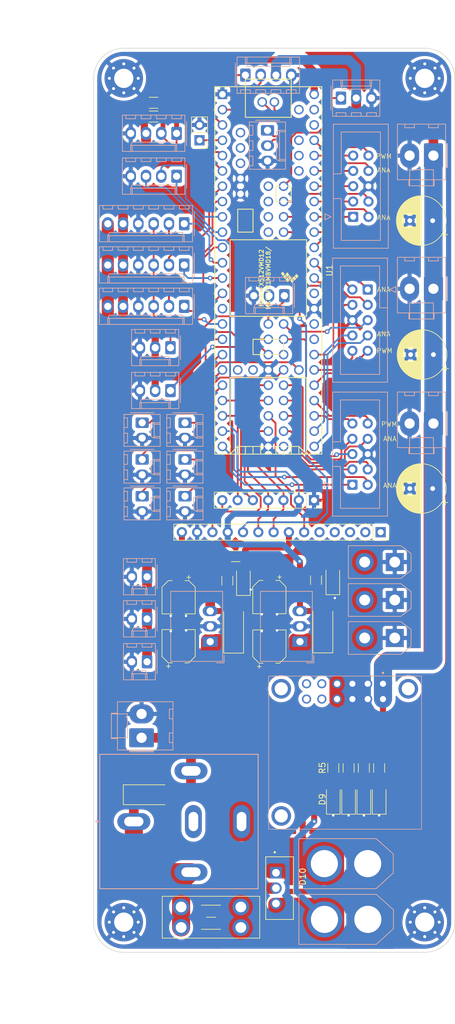
<source format=kicad_pcb>
(kicad_pcb (version 20211014) (generator pcbnew)
  (layers (0 "F.Cu" signal) (31 "B.Cu" signal) (34 "B.Paste" user) (35 "F.Paste" user) (36 "B.SilkS" user "B.Silkscreen") (37 "F.SilkS" user "F.Silkscreen") (38 "B.Mask" user) (39 "F.Mask" user) (44 "Edge.Cuts" user))
  (net 0 "")
  (net 1 "RX-lidar")
  (net 2 "Init")
  (net 3 "STEP_3")
  (net 4 "DIR_3")
  (net 5 "En5VP")
  (net 6 "STEP_1")
  (net 7 "DIR_1")
  (net 8 "Tirette")
  (net 9 "STEP_2")
  (net 10 "MOSI")
  (net 11 "SCK")
  (net 12 "GND")
  (net 13 "DIR_2")
  (net 14 "+3V3")
  (net 15 "+5V")
  (net 16 "+BATT")
  (net 17 "+24V")
  (net 18 "Net-(D1-Pad2)")
  (net 19 "Net-(D3-Pad2)")
  (net 20 "Net-(D5-Pad2)")
  (net 21 "Net-(D6-Pad2)")
  (net 22 "Net-(D4-Pad1)")
  (net 23 "Net-(D4-Pad2)")
  (net 24 "SCL")
  (net 25 "SDA")
  (net 26 "TX-lidar")
  (net 27 "DOUT-xbee")
  (net 28 "DIN-xbee")
  (net 29 "EN")
  (net 30 "+5VP")
  (net 32 "NEO_PIXEL")
  (net 35 "DC")
  (net 36 "CS")
  (net 38 "Couleur")
  (net 39 "Detection")
  (net 50 "Robot")
  (net 51 "T_IRQ")
  (net 56 "Sensor-01")
  (net 57 "C_Act1-9")
  (net 58 "Sensor-02")
  (net 59 "C_Act2-9")
  (net 65 "T_DO")
  (net 67 "C_Act3-9")
  (net 68 "Program")
  (net 69 "Reset")
  (net 70 "Net-(D8-Pad2)")
  (net 72 "RES")
  (net 76 "C_Act1-1")
  (net 77 "C_Act1-2")
  (net 78 "C_Act1-3")
  (net 79 "C_Act1-4")
  (net 80 "C_Act1-5")
  (net 81 "C_Act1-6")
  (net 82 "C_Act1-7")
  (net 83 "C_Act1-8")
  (net 84 "C_Act2-1")
  (net 85 "C_Act2-2")
  (net 86 "C_Act2-3")
  (net 87 "C_Act2-4")
  (net 88 "C_Act2-5")
  (net 89 "C_Act2-6")
  (net 90 "C_Act2-7")
  (net 91 "C_Act2-8")
  (net 92 "C_Act3-1")
  (net 93 "C_Act3-2")
  (net 94 "C_Act3-3")
  (net 95 "C_Act3-4")
  (net 96 "C_Act3-5")
  (net 97 "C_Act3-6")
  (net 98 "C_Act3-7")
  (net 99 "C_Act3-8")
  (net 100 "Sensor-03")
  (net 101 "Net-(D9-Pad2)")
  (net 102 "ALIM")
  (net 103 "/24VD")
  (net 104 "T_DIN")
  (net 105 "T_CS")
  (net 106 "T_CLK")
  (net 107 "TFT_MISO")
  (net 108 "Net-(J10-Pad7)")
  (net 109 "TFT_DC")
  (net 110 "/D+")
  (net 111 "/D-")
  (footprint "Capacitor_SMD:CP_Elec_5x5.4" (layer "F.Cu") (at 105.1075 117.094 -90)
    (fp_text reference "C2" hide)
    (fp_text value "CP_Small" hide)
  )
  (footprint "Diode_SMD:D_SMA_Handsoldering" (layer "F.Cu") (at 100.33 149.86)
    (fp_text reference "D4" hide)
    (fp_text value "D_Small")
  )
  (footprint "Resistor_SMD:R_1206_3216Metric_Pad1.30x1.75mm_HandSolder" (layer "F.Cu") (at 138.43 145.415 90)
    (fp_text reference "R4" hide)
    (fp_text value "R_Small" hide)
  )
  (footprint "Resistor_SMD:R_1206_3216Metric_Pad1.30x1.75mm_HandSolder" (layer "F.Cu") (at 113.2055 114.34 -90)
    (fp_text reference "R2" hide)
    (fp_text value "R_Small" hide)
  )
  (footprint "Capacitor_SMD:CP_Elec_5x5.4" (layer "F.Cu") (at 120.1905 117.0625 -90)
    (fp_text reference "C8" hide)
    (fp_text value "CP_Small")
  )
  (footprint "Capacitor_SMD:CP_Elec_5x5.4" (layer "F.Cu") (at 120.1905 125.2725 90)
    (fp_text reference "C7" hide)
    (fp_text value "CP_Small")
  )
  (footprint "Resistor_SMD:R_1206_3216Metric_Pad1.30x1.75mm_HandSolder" (layer "F.Cu") (at 133.35 145.415 90)
    (fp_text reference "R3" hide)
    (fp_text value "R_Small" hide)
  )
  (footprint "Connector_PinSocket_2.54mm:PinSocket_1x14_P2.54mm_Vertical" (layer "F.Cu") (at 138.674 106.299 -90)
    (fp_text reference "J10" hide)
    (fp_text value "Conn_01x14")
  )
  (footprint "Capacitor_THT:CP_Radial_D8.0mm_P3.80mm" (layer "F.Cu") (at 147.32 99.06 180)
    (fp_text reference "C3" hide)
    (fp_text value "220uF")
  )
  (footprint "LED_SMD:LED_1206_3216Metric_Pad1.42x1.75mm_HandSolder" (layer "F.Cu") (at 130.81 150.6325 90)
    (fp_text reference "D9")
    (fp_text value "LED_Small")
  )
  (footprint "Connector_PinHeader_2.54mm:PinHeader_1x02_P2.54mm_Vertical" (layer "F.Cu") (at 108.585 41.275 180)
    (fp_text reference "J8" hide)
    (fp_text value "Conn_01x02")
  )
  (footprint "Resistor_SMD:R_1206_3216Metric_Pad1.30x1.75mm_HandSolder" (layer "F.Cu") (at 100.965 37.338 180)
    (fp_text reference "R22" hide)
    (fp_text value "R_Small" hide)
  )
  (footprint "MountingHole:MountingHole_3.2mm_M3_Pad_Via" (layer "F.Cu") (at 96 171)
    (fp_text reference "H4" hide)
    (fp_text value "M3" hide)
  )
  (footprint "LED_SMD:LED_1206_3216Metric_Pad1.42x1.75mm_HandSolder" (layer "F.Cu") (at 130.7315 114.213 90)
    (fp_text reference "D8" hide)
    (fp_text value "LED_Small")
  )
  (footprint "Resistor_SMD:R_1206_3216Metric_Pad1.30x1.75mm_HandSolder" (layer "F.Cu") (at 127.9375 114.26 -90)
    (fp_text reference "R17" hide)
    (fp_text value "R_Small")
  )
  (footprint "Capacitor_THT:CP_Radial_D8.0mm_P3.80mm" (layer "F.Cu") (at 147.32 54.61 180)
    (fp_text reference "C6" hide)
    (fp_text value "220uF")
  )
  (footprint "Diode_SMD:D_SMA_Handsoldering" (layer "F.Cu") (at 129.0805 121.92 90)
    (fp_text reference "D7" hide)
    (fp_text value "D_Small")
  )
  (footprint "Resistor_SMD:R_1206_3216Metric_Pad1.30x1.75mm_HandSolder" (layer "F.Cu") (at 114.6025 110.276)
    (fp_text reference "R6" hide)
    (fp_text value "R_Small")
  )
  (footprint "MountingHole:MountingHole_3.2mm_M3_Pad_Via" (layer "F.Cu") (at 146 171)
    (fp_text reference "H3" hide)
    (fp_text value "M3" hide)
  )
  (footprint "LED_SMD:LED_1206_3216Metric_Pad1.42x1.75mm_HandSolder" (layer "F.Cu") (at 115.8725 114.34 90)
    (fp_text reference "D3" hide)
    (fp_text value "LED_Small" hide)
  )
  (footprint "LED_SMD:LED_1206_3216Metric_Pad1.42x1.75mm_HandSolder" (layer "F.Cu") (at 133.35 150.6325 90)
    (fp_text reference "D5" hide)
    (fp_text value "LED_Small" hide)
  )
  (footprint "Capacitor_SMD:CP_Elec_5x5.4" (layer "F.Cu") (at 105.1075 125.222 90)
    (fp_text reference "C1" hide)
    (fp_text value "CP_Small" hide)
  )
  (footprint "Resistor_SMD:R_1206_3216Metric_Pad1.30x1.75mm_HandSolder" (layer "F.Cu") (at 100.965 35.052 180)
    (fp_text reference "R21" hide)
    (fp_text value "R_Small" hide)
  )
  (footprint "Diode_SMD:D_SMA_Handsoldering" (layer "F.Cu") (at 114.2515 121.96 90)
    (fp_text reference "D2" hide)
    (fp_text value "D_Small")
  )
  (footprint "LED_SMD:LED_1206_3216Metric_Pad1.42x1.75mm_HandSolder" (layer "F.Cu") (at 135.89 150.6325 90)
    (fp_text reference "D1" hide)
    (fp_text value "LED_Small" hide)
  )
  (footprint "MountingHole:MountingHole_3.2mm_M3_Pad_Via" (layer "F.Cu") (at 146 31)
    (fp_text reference "H2" hide)
    (fp_text value "M3" hide)
  )
  (footprint "Connector_PinSocket_2.54mm:PinSocket_1x07_P2.54mm_Vertical" (layer "F.Cu") (at 127.615 100.99 -90)
    (fp_text reference "J24" hide)
    (fp_text value "Conn_01x07")
  )
  (footprint "Teensy:Teensy35_36_All_Pins" (layer "F.Cu") (at 120.015 62.865 -90)
    (fp_text reference "U1")
    (fp_text value "Teensy3.5_All_Pins")
  )
  (footprint "Resistor_SMD:R_1206_3216Metric_Pad1.30x1.75mm_HandSolder" (layer "F.Cu") (at 130.81 145.415 90)
    (fp_text reference "R5")
    (fp_text value "R_Small")
  )
  (footprint "Fuse:Fuseholder_Blade_Mini_Keystone_3568" (layer "F.Cu") (at 115.45 171.88 180)
    (fp_text reference "F2" hide)
    (fp_text value "Fuse_Small" hide)
  )
  (footprint "MountingHole:MountingHole_3.2mm_M3_Pad_Via" (layer "F.Cu") (at 96 31)
    (fp_text reference "H1" hide)
    (fp_text value "M3" hide)
  )
  (footprint "Resistor_SMD:R_1206_3216Metric_Pad1.30x1.75mm_HandSolder" (layer "F.Cu") (at 135.89 145.415 90)
    (fp_text reference "R1" hide)
    (fp_text value "R_Small" hide)
  )
  (footprint "Capacitor_THT:CP_Radial_D8.0mm_P3.80mm" (layer "F.Cu") (at 147.447 76.835 180)
    (fp_text reference "C4" hide)
    (fp_text value "220uF")
  )
  (footprint "byv34-400:BYV34-400" (layer "F.Cu") (at 121.285 162.804 -90)
    (fp_text reference "D10")
    (fp_text value "D_Dual_CommonCathode_AKA_Parallel")
  )
  (footprint "LED_SMD:LED_1206_3216Metric_Pad1.42x1.75mm_HandSolder" (layer "F.Cu") (at 138.43 150.6325 90)
    (fp_text reference "D6" hide)
    (fp_text value "LED_Small" hide)
  )
  (footprint "Connector_Molex:Molex_KK-254_AE-6410-06A_1x06_P2.54mm_Vertical" (layer "B.Cu") (at 106.045 55.118 180)
    (fp_text reference "J5" hide)
    (fp_text value "ConStep1" hide)
  )
  (footprint "Connector_Molex:Molex_KK-254_AE-6410-02A_1x02_P2.54mm_Vertical" (layer "B.Cu") (at 106.172 94.234 -90)
    (fp_text reference "J37" hide)
    (fp_text value "Conn_01x02")
  )
  (footprint "Connector_Molex:Molex_KK-254_AE-6410-02A_1x02_P2.54mm_Vertical" (layer "B.Cu") (at 106.172 88.138 -90)
    (fp_text reference "J32" hide)
    (fp_text value "Conn_01x02")
  )
  (footprint "Connector_Molex:Molex_KK-254_AE-6410-03A_1x03_P2.54mm_Vertical" (layer "B.Cu") (at 132.08 34.27)
    (fp_text reference "J30" hide)
    (fp_text value "Conn_01x03" hide)
  )
  (footprint "Connector_Molex:Molex_KK-254_AE-6410-04A_1x04_P2.54mm_Vertical" (layer "B.Cu") (at 104.775 40.132 180)
    (fp_text reference "J22" hide)
    (fp_text value "Conn_01x04" hide)
  )
  (footprint "Converter_DCDC:Converter_DCDC_RECOM_R-78B-2.0_THT" (layer "B.Cu") (at 110.363 124.46 90)
    (fp_text reference "U4" hide)
    (fp_text value "R-78B5.0-2.0" hide)
  )
  (footprint "Connector_Molex:Molex_KK-254_AE-6410-03A_1x03_P2.54mm_Vertical" (layer "B.Cu") (at 119.888 39.624 -90)
    (fp_text reference "J15" hide)
    (fp_text value "Conn_01x03")
  )
  (footprint "Connector_Molex:Molex_KK-254_AE-6410-04A_1x04_P2.54mm_Vertical" (layer "B.Cu") (at 116.205 30.46)
    (fp_text reference "J12" hide)
    (fp_text value "Conn_01x04" hide)
  )
  (footprint "CB1-P-24V:Panasonic_Electric_Works-CB1-P-24V-MFG" (layer "B.Cu") (at 105.17 154.305)
    (fp_text reference "K1" hide)
    (fp_text value "CB1-P-24V" hide)
  )
  (footprint "Connector_Molex:Molex_KK-396_A-41791-0002_1x02_P3.96mm_Vertical" (layer "B.Cu") (at 147.447 65.913 180)
    (fp_text reference "J27" hide)
    (fp_text value "BAU")
  )
  (footprint "Connector_Molex:Molex_KK-254_AE-6410-02A_1x02_P2.54mm_Vertical" (layer "B.Cu") (at 99.06 100.33 -90)
    (fp_text reference "J39" hide)
    (fp_text value "Conn_01x02" hide)
  )
  (footprint "Connector_Molex:Molex_KK-254_AE-6410-03A_1x03_P2.54mm_Vertical" (layer "B.Cu") (at 122.682 67.056 180)
    (fp_text reference "J14" hide)
    (fp_text value "Conn_01x03")
  )
  (footprint "Connector_AMASS:AMASS_XT30UPB-F_1x02_P5.0mm_Vertical" (layer "B.Cu") (at 141.0208 123.8504 180)
    (fp_text reference "J7" hide)
    (fp_text value "XT30" hide)
  )
  (footprint "Connector_Molex:Molex_KK-396_A-41791-0002_1x02_P3.96mm_Vertical" (layer "B.Cu") (at 147.447 43.815 180)
    (fp_text reference "J20" hide)
    (fp_text value "BAU" hide)
  )
  (footprint "Connector_IDC:IDC-Header_2x05_P2.54mm_Vertical" (layer "B.Cu") (at 136.525 66.04 180)
    (fp_text reference "C_Act2" hide)
    (fp_text value "Conn_02x05_Odd_Even")
  )
  (footprint "Connector_Molex:Molex_KK-254_AE-6410-02A_1x02_P2.54mm_Vertical" (layer "B.Cu") (at 99.8705 113.705 180)
    (fp_text reference "J29" hide)
    (fp_text value "Conn_01x02" hide)
  )
  (footprint "Connector_Molex:Molex_KK-254_AE-6410-03A_1x03_P2.54mm_Vertical" (layer "B.Cu") (at 103.759 75.692 180)
    (fp_text reference "J13" hide)
    (fp_text value "Conn_01x03")
  )
  (footprint "Connector_AMASS:AMASS_XT60-M_1x02_P7.20mm_Vertical" (layer "B.Cu") (at 136.525 161.29 180)
    (fp_text reference "J1" hide)
    (fp_text value "XT60" hide)
  )
  (footprint "Connector_IDC:IDC-Header_2x05_P2.54mm_Vertical" (layer "B.Cu") (at 134.112 53.975)
    (fp_text reference "C_Act1" hide)
    (fp_text value "Conn_02x05_Odd_Even")
  )
  (footprint "Connector_Molex:Molex_KK-254_AE-6410-02A_1x02_P2.54mm_Vertical" (layer "B.Cu") (at 99.8705 127.802 180)
    (fp_text reference "J28" hide)
    (fp_text value "Conn_01x02" hide)
  )
  (footprint "Connector_Molex:Molex_KK-254_AE-6410-03A_1x03_P2.54mm_Vertical" (layer "B.Cu") (at 103.759 82.804 180)
    (fp_text reference "J11" hide)
    (fp_text value "Conn_01x03")
  )
  (footprint "Connector_AMASS:AMASS_XT30UPB-F_1x02_P5.0mm_Vertical" (layer "B.Cu") (at 141.0208 117.5512 180)
    (fp_text reference "J17" hide)
    (fp_text value "XT30")
  )
  (footprint "Converter_DCDC:Converter_DCDC_RECOM_R-78B-2.0_THT" (layer "B.Cu") (at 125.2705 124.46 90)
    (fp_text reference "U2" hide)
    (fp_text value "R-78B3.3-2.0")
  )
  (footprint "Connector_Molex:Molex_KK-254_AE-6410-06A_1x06_P2.54mm_Vertical" (layer "B.Cu") (at 106.045 61.976 180)
    (fp_text reference "J3" hide)
    (fp_text value "ConStep1" hide)
  )
  (footprint "Connector_Molex:Molex_KK-254_AE-6410-04A_1x04_P2.54mm_Vertical" (layer "B.Cu") (at 104.775 47.244 180)
    (fp_text reference "J2" hide)
    (fp_text value "Conn_01x04")
  )
  (footprint "Connector_AMASS:AMASS_XT60-M_1x02_P7.20mm_Vertical" (layer "B.Cu") (at 136.5504 170.5356 180)
    (fp_text reference "J9" hide)
    (fp_text value "XT60")
  )
  (footprint "BarbaLib:D36V50F5" (layer "B.Cu") (at 139.065 131.445)
    (fp_text reference "PS1" hide)
    (fp_text value "D36V50F5" hide)
  )
  (footprint "Connector_Molex:Molex_KK-254_AE-6410-06A_1x06_P2.54mm_Vertical" (layer "B.Cu") (at 106.045 68.834 180)
    (fp_text reference "J6" hide)
    (fp_text value "ConStep1" hide)
  )
  (footprint "Connector_Molex:Molex_KK-254_AE-6410-02A_1x02_P2.54mm_Vertical" (layer "B.Cu") (at 99.8705 120.69 180)
    (fp_text reference "J23" hide)
    (fp_text value "Conn_01x02" hide)
  )
  (footprint "Connector_Molex:Molex_KK-254_AE-6410-02A_1x02_P2.54mm_Vertical" (layer "B.Cu") (at 99.06 88.138 -90)
    (fp_text reference "J4" hide)
    (fp_text value "Conn_01x02")
  )
  (footprint "Connector_Molex:Molex_KK-396_A-41791-0002_1x02_P3.96mm_Vertical" (layer "B.Cu") (at 98.955 140.41 90)
    (fp_text reference "J21" hide)
    (fp_text value "BAU" hide)
  )
  (footprint "Connector_IDC:IDC-Header_2x05_P2.54mm_Vertical" (layer "B.Cu") (at 133.985 98.425)
    (fp_text reference "C_Act3" hide)
    (fp_text value "Conn_02x05_Odd_Even")
  )
  (footprint "Connector_Molex:Molex_KK-254_AE-6410-02A_1x02_P2.54mm_Vertical" (layer "B.Cu") (at 106.172 100.33 -90)
    (fp_text reference "J38" hide)
    (fp_text value "Conn_01x02" hide)
  )
  (footprint "Connector_Molex:Molex_KK-254_AE-6410-02A_1x02_P2.54mm_Vertical" (layer "B.Cu") (at 99.06 94.234 -90)
    (fp_text reference "J40" hide)
    (fp_text value "Conn_01x02")
  )
  (footprint "Connector_Molex:Molex_KK-396_A-41791-0002_1x02_P3.96mm_Vertical" (layer "B.Cu") (at 147.447 88.265 180)
    (fp_text reference "J26" hide)
    (fp_text value "BAU")
  )
  (footprint "Connector_AMASS:AMASS_XT30UPB-F_1x02_P5.0mm_Vertical" (layer "B.Cu") (at 141.0208 111.252 180)
    (fp_text reference "J16" hide)
    (fp_text value "XT30")
  )
  (gr_arc locked (start 151 171) (mid 149.535534 174.535534) (end 146 176) (layer "Edge.Cuts") (width 0.1))
  (gr_line locked (start 91 171) (end 91 31) (layer "Edge.Cuts") (width 0.1))
  (gr_line locked (start 146 176) (end 96 176) (layer "Edge.Cuts") (width 0.1))
  (gr_arc locked (start 96 176) (mid 92.464466 174.535534) (end 91 171) (layer "Edge.Cuts") (width 0.1))
  (gr_line locked (start 151 31) (end 151 171) (layer "Edge.Cuts") (width 0.1))
  (gr_line locked (start 96 26) (end 146 26) (layer "Edge.Cuts") (width 0.1))
  (gr_arc locked (start 91 31) (mid 92.464466 27.464466) (end 96 26) (layer "Edge.Cuts") (width 0.1))
  (gr_arc locked (start 146 26) (mid 149.535534 27.464466) (end 151 31) (layer "Edge.Cuts") (width 0.1))
  (gr_text "ANA" (at 139.192 73.406) (layer "F.SilkS") (effects (font (size 0.8 0.8) (thickness 0.1))))
  (gr_text "PWM" (at 139.319 76.2) (layer "F.SilkS") (effects (font (size 0.8 0.8) (thickness 0.1))))
  (gr_text "ANA" (at 140.208 98.552) (layer "F.SilkS") (effects (font (size 0.8 0.8) (thickness 0.1))))
  (gr_text "PWM" (at 140.081 88.392) (layer "F.SilkS") (effects (font (size 0.8 0.8) (thickness 0.1))))
  (gr_text "PWM" (at 139.192 43.942) (layer "F.SilkS") (effects (font (size 0.8 0.8) (thickness 0.1))))
  (gr_text "ANA" (at 139.192 46.228) (layer "F.SilkS") (effects (font (size 0.8 0.8) (thickness 0.1))))
  (gr_text "ANA" (at 139.192 66.04) (layer "F.SilkS") (effects (font (size 0.8 0.8) (thickness 0.1))))
  (gr_text "ANA" (at 139.192 54.102) (layer "F.SilkS") (effects (font (size 0.8 0.8) (thickness 0.1))))
  (gr_text "ANA" (at 140.208 90.805) (layer "F.SilkS") (effects (font (size 0.8 0.8) (thickness 0.1))))
  (segment (start 110.49 31.75) (end 111.78 30.46) (width 0.3) (layer "F.Cu") (net 1))
  (segment (start 110.49 36.83) (end 110.49 31.75) (width 0.3) (layer "F.Cu") (net 1))
  (segment (start 111.78 30.46) (end 116.205 30.46) (width 0.3) (layer "F.Cu") (net 1))
  (segment (start 112.395 38.735) (end 110.49 36.83) (width 0.3) (layer "F.Cu") (net 1))
  (segment (start 100.33 88.138) (end 99.06 88.138) (width 0.3) (layer "F.Cu") (net 2))
  (segment (start 108.291921 85.637079) (end 107.315 86.614) (width 0.3) (layer "F.Cu") (net 2))
  (segment (start 112.395 74.295) (end 110.49 74.295) (width 0.3) (layer "F.Cu") (net 2))
  (segment (start 110.49 74.295) (end 109.601 75.184) (width 0.3) (layer "F.Cu") (net 2))
  (segment (start 107.315 86.614) (end 101.854 86.614) (width 0.3) (layer "F.Cu") (net 2))
  (segment (start 109.601 75.184) (end 109.601 78.470862) (width 0.3) (layer "F.Cu") (net 2))
  (segment (start 101.854 86.614) (end 100.33 88.138) (width 0.3) (layer "F.Cu") (net 2))
  (segment (start 108.291921 79.779941) (end 108.291921 85.637079) (width 0.3) (layer "F.Cu") (net 2))
  (segment (start 109.601 78.470862) (end 108.291921 79.779941) (width 0.3) (layer "F.Cu") (net 2))
  (segment (start 110.998 59.055) (end 112.395 59.055) (width 0.3) (layer "F.Cu") (net 3))
  (segment (start 104.394 66.294) (end 108.0516 66.294) (width 0.3) (layer "F.Cu") (net 3))
  (segment (start 103.505 67.183) (end 104.394 66.294) (width 0.3) (layer "F.Cu") (net 3))
  (segment (start 109.22 60.833) (end 110.998 59.055) (width 0.3) (layer "F.Cu") (net 3))
  (segment (start 108.0516 66.294) (end 109.22 65.1256) (width 0.3) (layer "F.Cu") (net 3))
  (segment (start 109.22 65.1256) (end 109.22 60.833) (width 0.3) (layer "F.Cu") (net 3))
  (segment (start 103.505 68.834) (end 103.505 67.183) (width 0.3) (layer "F.Cu") (net 3))
  (segment (start 109.474 69.596) (end 106.807 69.596) (width 0.3) (layer "F.Cu") (net 4))
  (segment (start 106.807 69.596) (end 106.045 68.834) (width 0.3) (layer "F.Cu") (net 4))
  (segment (start 112.395 66.675) (end 109.474 69.596) (width 0.3) (layer "F.Cu") (net 4))
  (segment (start 112.395 48.895) (end 110.19448 51.09552) (width 0.3) (layer "F.Cu") (net 6))
  (segment (start 103.505 56.769) (end 103.505 55.118) (width 0.3) (layer "F.Cu") (net 6))
  (segment (start 110.19448 56.04852) (end 109.093 57.15) (width 0.3) (layer "F.Cu") (net 6))
  (segment (start 103.886 57.15) (end 103.505 56.769) (width 0.3) (layer "F.Cu") (net 6))
  (segment (start 109.093 57.15) (end 103.886 57.15) (width 0.3) (layer "F.Cu") (net 6))
  (segment (start 110.19448 51.09552) (end 110.19448 56.04852) (width 0.3) (layer "F.Cu") (net 6))
  (segment (start 110.998 61.595) (end 112.395 61.595) (width 0.3) (layer "F.Cu") (net 7))
  (segment (start 110.49 61.087) (end 110.998 61.595) (width 0.3) (layer "F.Cu") (net 7))
  (via (at 110.49 61.087) (size 0.8) (drill 0.4) (layers "F.Cu" "B.Cu") (net 7))
  (segment (start 108.173724 55.118) (end 106.045 55.118) (width 0.3) (layer "B.Cu") (net 7))
  (segment (start 110.236 57.180276) (end 108.173724 55.118) (width 0.3) (layer "B.Cu") (net 7))
  (segment (start 110.49 61.087) (end 110.236 60.833) (width 0.3) (layer "B.Cu") (net 7))
  (segment (start 110.236 60.833) (end 110.236 57.180276) (width 0.3) (layer "B.Cu") (net 7))
  (segment (start 112.395 76.835) (end 112.014 76.835) (width 0.3) (layer "F.Cu") (net 8))
  (segment (start 108.84144 80.00756) (end 108.84144 87.24656) (width 0.3) (layer "F.Cu") (net 8))
  (segment (start 107.95 88.138) (end 106.172 88.138) (width 0.3) (layer "F.Cu") (net 8))
  (segment (start 108.84144 87.24656) (end 107.95 88.138) (width 0.3) (layer "F.Cu") (net 8))
  (segment (start 112.014 76.835) (end 108.84144 80.00756) (width 0.3) (layer "F.Cu") (net 8))
  (segment (start 104.267 59.944) (end 103.505 60.706) (width 0.3) (layer "F.Cu") (net 9))
  (segment (start 110.744 58.531862) (end 109.331862 59.944) (width 0.3) (layer "F.Cu") (net 9))
  (segment (start 109.331862 59.944) (end 104.267 59.944) (width 0.3) (layer "F.Cu") (net 9))
  (segment (start 112.395 51.435) (end 111.379 51.435) (width 0.3) (layer "F.Cu") (net 9))
  (segment (start 111.379 51.435) (end 110.744 52.07) (width 0.3) (layer "F.Cu") (net 9))
  (segment (start 110.744 52.07) (end 110.744 58.531862) (width 0.3) (layer "F.Cu") (net 9))
  (segment (start 103.505 60.706) (end 103.505 61.976) (width 0.3) (layer "F.Cu") (net 9))
  (segment (start 116.62752 84.79448) (end 116.62752 96.30752) (width 0.3) (layer "F.Cu") (net 10))
  (segment (start 120.015 84.455) (end 116.967 84.455) (width 0.3) (layer "F.Cu") (net 10))
  (segment (start 120.015 99.695) (end 119.995 99.715) (width 0.3) (layer "F.Cu") (net 10))
  (segment (start 116.62752 96.30752) (end 120.015 99.695) (width 0.3) (layer "F.Cu") (net 10))
  (segment (start 119.995 102.509) (end 119.995 100.99) (width 0.3) (layer "F.Cu") (net 10))
  (segment (start 119.995 99.715) (end 119.995 100.99) (width 0.3) (layer "F.Cu") (net 10))
  (segment (start 116.967 84.455) (end 116.62752 84.79448) (width 0.3) (layer "F.Cu") (net 10))
  (segment (start 118.354 104.15) (end 119.995 102.509) (width 0.3) (layer "F.Cu") (net 10))
  (segment (start 118.354 106.299) (end 118.354 104.15) (width 0.3) (layer "F.Cu") (net 10))
  (segment (start 117.5766 89.535) (end 117.17704 89.93456) (width 0.3) (layer "F.Cu") (net 11))
  (segment (start 117.17704 94.31704) (end 122.555 99.695) (width 0.3) (layer "F.Cu") (net 11))
  (segment (start 122.535 99.715) (end 122.535 100.99) (width 0.3) (layer "F.Cu") (net 11))
  (segment (start 122.555 99.695) (end 122.535 99.715) (width 0.3) (layer "F.Cu") (net 11))
  (segment (start 117.17704 89.93456) (end 117.17704 94.31704) (width 0.3) (layer "F.Cu") (net 11))
  (segment (start 122.535 102.509) (end 122.535 100.99) (width 0.3) (layer "F.Cu") (net 11))
  (segment (start 120.894 104.15) (end 122.535 102.509) (width 0.3) (layer "F.Cu") (net 11))
  (segment (start 120.015 89.535) (end 117.5766 89.535) (width 0.3) (layer "F.Cu") (net 11))
  (segment (start 120.894 106.299) (end 120.894 104.15) (width 0.3) (layer "F.Cu") (net 11))
  (segment (start 130.81 152.12) (end 130.81 153.289) (width 1) (layer "F.Cu") (net 12))
  (segment (start 115.8725 115.8275) (end 117.0905 115.8275) (width 0.6) (layer "F.Cu") (net 12))
  (segment (start 105.1075 123.022) (end 104.1075 123.022) (width 1) (layer "F.Cu") (net 12))
  (segment (start 133.35 152.12) (end 133.35 153.289) (width 1) (layer "F.Cu") (net 12))
  (segment (start 138.43 152.12) (end 138.43 153.289) (width 1) (layer "F.Cu") (net 12))
  (segment (start 117.0905 115.8275) (end 117.094 115.824) (width 0.6) (layer "F.Cu") (net 12))
  (segment (start 105.1075 119.294) (end 105.4595 119.294) (width 1) (layer "F.Cu") (net 12))
  (segment (start 105.9205 123.022) (end 106.3475 122.595) (width 1) (layer "F.Cu") (net 12))
  (segment (start 135.89 152.12) (end 135.89 153.289) (width 1) (layer "F.Cu") (net 12))
  (segment (start 120.1905 123.0725) (end 120.983 123.0725) (width 1) (layer "F.Cu") (net 12))
  (segment (start 120.1905 123.0725) (end 119.271 123.0725) (width 1) (layer "F.Cu") (net 12))
  (segment (start 105.1075 119.294) (end 104.6955 119.294) (width 1) (layer "F.Cu") (net 12))
  (segment (start 120.983 123.0725) (end 121.4605 122.595) (width 1) (layer "F.Cu") (net 12))
  (segment (start 130.7315 116.8885) (end 131.064 117.221) (width 0.6) (layer "F.Cu") (net 12))
  (segment (start 120.795 119.2625) (end 121.4605 119.928) (width 1) (layer "F.Cu") (net 12))
  (segment (start 120.1905 119.2625) (end 120.795 119.2625) (width 1) (layer "F.Cu") (net 12))
  (segment (start 119.586 119.2625) (end 118.9205 119.928) (width 1) (layer "F.Cu") (net 12))
  (segment (start 130.7315 115.7005) (end 130.7315 116.8885) (width 0.6) (layer "F.Cu") (net 12))
  (segment (start 105.1075 123.022) (end 105.9205 123.022) (width 1) (layer "F.Cu") (net 12))
  (segment (start 119.271 123.0725) (end 118.9205 122.722) (width 1) (layer "F.Cu") (net 12))
  (segment (start 104.6955 119.294) (end 103.8075 120.182) (width 1) (layer "F.Cu") (net 12))
  (segment (start 105.4595 119.294) (end 106.3475 120.182) (width 1) (layer "F.Cu") (net 12))
  (segment (start 120.1905 119.2625) (end 119.586 119.2625) (width 1) (layer "F.Cu") (net 12))
  (segment (start 104.1075 123.022) (end 103.8075 122.722) (width 1) (layer "F.Cu") (net 12))
  (via (at 133.35 153.289) (size 0.8) (drill 0.4) (layers "F.Cu" "B.Cu") (net 12))
  (via (at 106.3475 120.182) (size 0.8) (drill 0.4) (layers "F.Cu" "B.Cu") (net 12))
  (via (at 106.3475 122.595) (size 0.8) (drill 0.4) (layers "F.Cu" "B.Cu") (net 12))
  (via (at 135.89 153.289) (size 0.8) (drill 0.4) (layers "F.Cu" "B.Cu") (net 12))
  (via (at 138.43 153.289) (size 0.8) (drill 0.4) (layers "F.Cu" "B.Cu") (net 12))
  (via (at 103.8075 122.722) (size 0.8) (drill 0.4) (layers "F.Cu" "B.Cu") (net 12))
  (via (at 121.4605 122.595) (size 0.8) (drill 0.4) (layers "F.Cu" "B.Cu") (net 12))
  (via (at 121.4605 119.928) (size 0.8) (drill 0.4) (layers "F.Cu" "B.Cu") (net 12))
  (via (at 118.9205 122.722) (size 0.8) (drill 0.4) (layers "F.Cu" "B.Cu") (net 12))
  (via (at 117.094 115.824) (size 0.8) (drill 0.4) (layers "F.Cu" "B.Cu") (net 12))
  (via (at 131.064 117.221) (size 0.8) (drill 0.4) (layers "F.Cu" "B.Cu") (net 12))
  (via (at 103.8075 120.182) (size 0.8) (drill 0.4) (layers "F.Cu" "B.Cu") (net 12))
  (via (at 130.81 153.289) (size 0.8) (drill 0.4) (layers "F.Cu" "B.Cu") (net 12))
  (via (at 118.9205 119.928) (size 0.8) (drill 0.4) (layers "F.Cu" "B.Cu") (net 12))
  (segment (start 110.363 64.135) (end 112.395 64.135) (width 0.3) (layer "F.Cu") (net 13))
  (via (at 110.363 64.135) (size 0.8) (drill 0.4) (layers "F.Cu" "B.Cu") (net 13))
  (segment (start 106.68 64.135) (end 106.045 63.5) (width 0.3) (layer "B.Cu") (net 13))
  (segment (start 110.363 64.135) (end 106.68 64.135) (width 0.3) (layer "B.Cu") (net 13))
  (segment (start 106.045 63.5) (end 106.045 61.976) (width 0.3) (layer "B.Cu") (net 13))
  (segment (start 127.9375 115.81) (end 125.7055 115.81) (width 1) (layer "F.Cu") (net 14))
  (segment (start 125.2705 114.975) (end 125.2705 111.165) (width 1) (layer "F.Cu") (net 14))
  (segment (start 129.0405 119.38) (end 129.0805 119.42) (width 1) (layer "F.Cu") (net 14))
  (segment (start 125.2705 116.245) (end 125.2705 114.975) (width 1) (layer "F.Cu") (net 14))
  (segment (start 120.1905 114.8625) (end 125.158 114.8625) (width 1) (layer "F.Cu") (net 14))
  (segment (start 125.7055 115.81) (end 125.2705 116.245) (width 1) (layer "F.Cu") (net 14))
  (segment (start 125.2705 119.38) (end 125.2705 116.245) (width 1) (layer "F.Cu") (net 14))
  (segment (start 125.158 114.8625) (end 125.2705 114.975) (width 1) (layer "F.Cu") (net 14))
  (segment (start 125.2705 119.38) (end 129.0405 119.38) (width 1) (layer "F.Cu") (net 14))
  (via (at 125.222 111.125) (size 0.8) (drill 0.4) (layers "F.Cu" "B.Cu") (net 14))
  (segment (start 99.695 48.895) (end 99.949 49.149) (width 0.3) (layer "B.Cu") (net 14))
  (segment (start 125.222 111.125) (end 122.428 108.331) (width 1) (layer "B.Cu") (net 14))
  (segment (start 102.981862 49.149) (end 111.688351 57.855489) (width 0.3) (layer "B.Cu") (net 14))
  (segment (start 114.84952 95.657382) (end 115.458138 96.266) (width 0.3) (layer "B.Cu") (net 14))
  (segment (start 113.274 106.299) (end 113.274 104.277) (width 1) (layer "B.Cu") (net 14))
  (segment (start 125.075 98.405) (end 125.075 100.99) (width 0.3) (layer "B.Cu") (net 14))
  (segment (start 125.075 102.509) (end 125.075 100.99) (width 1) (layer "B.Cu") (net 14))
  (segment (start 113.665 58.628634) (end 113.665 88.646) (width 0.3) (layer "B.Cu") (net 14))
  (segment (start 99.695 47.244) (end 99.695 48.895) (width 0.3) (layer "B.Cu") (net 14))
  (segment (start 99.949 49.149) (end 102.981862 49.149) (width 0.3) (layer "B.Cu") (net 14))
  (segment (start 113.274 107.686) (end 113.274 106.299) (width 1) (layer "B.Cu") (net 14))
  (segment (start 124.333 103.251) (end 125.075 102.509) (width 1) (layer "B.Cu") (net 14))
  (segment (start 114.3 103.251) (end 124.333 103.251) (width 1) (layer "B.Cu") (net 14))
  (segment (start 113.274 104.277) (end 114.3 103.251) (width 1) (layer "B.Cu") (net 14))
  (segment (start 122.428 108.331) (end 113.919 108.331) (width 1) (layer "B.Cu") (net 14))
  (segment (start 112.891855 57.855489) (end 113.665 58.628634) (width 0.3) (layer "B.Cu") (net 14))
  (segment (start 111.688351 57.855489) (end 112.891855 57.855489) (width 0.3) (layer "B.Cu") (net 14))
  (segment (start 113.919 108.331) (end 113.274 107.686) (width 1) (layer "B.Cu") (net 14))
  (segment (start 114.849519 89.830519) (end 114.84952 95.657382) (width 0.3) (layer "B.Cu") (net 14))
  (segment (start 115.458138 96.266) (end 122.936 96.266) (width 0.3) (layer "B.Cu") (net 14))
  (segment (start 122.936 96.266) (end 125.075 98.405) (width 0.3) (layer "B.Cu") (net 14))
  (segment (start 113.665 88.646) (end 114.849519 89.830519) (width 0.3) (layer "B.Cu") (net 14))
  (segment (start 120.142 68.707) (end 118.364 70.485) (width 0.3) (layer "F.Cu") (net 15))
  (segment (start 99.8705 120.69) (end 99.8705 113.705) (width 1.6) (layer "F.Cu") (net 15))
  (segment (start 99.8705 113.705) (end 99.8705 111.8) (width 1.6) (layer "F.Cu") (net 15))
  (segment (start 127.635 29.845) (end 125.73 27.94) (width 1.2) (layer "F.Cu") (net 15))
  (segment (start 99.8705 111.8) (end 100.5055 111.165) (width 1.6) (layer "F.Cu") (net 15))
  (segment (start 127.635 33.655) (end 127.635 29.845) (width 1.2) (layer "F.Cu") (net 15))
  (segment (start 98.298 43.688) (end 99.695 42.291) (width 1.6) (layer "F.Cu") (net 15))
  (segment (start 101.6 72.39) (end 101.219 72.771) (width 0.3) (layer "F.Cu") (net 15))
  (segment (start 110.4675 115.89) (end 110.363 115.7855) (width 1) (layer "F.Cu") (net 15))
  (segment (start 95.885 68.834) (end 95.885 73.025) (width 1.6) (layer "F.Cu") (net 15))
  (segment (start 110.363 119.38) (end 114.1715 119.38) (width 1) (layer "F.Cu") (net 15))
  (segment (start 96.52 72.39) (end 95.885 73.025) (width 1.2) (layer "F.Cu") (net 15))
  (segment (start 99.415 34.57) (end 99.415 35.052) (width 1.2) (layer "F.Cu") (net 15))
  (segment (start 110.363 115.7855) (end 110.363 119.38) (width 1.6) (layer "F.Cu") (net 15))
  (segment (start 101.219 72.771) (end 101.219 74.168) (width 0.3) (layer "F.Cu") (net 15))
  (segment (start 125.73 27.94) (end 109.22 27.94) (width 1.2) (layer "F.Cu") (net 15))
  (segment (start 95.885 61.976) (end 95.885 68.834) (width 1.6) (layer "F.Cu") (net 15))
  (segment (start 111.1885 70.485) (end 109.2835 72.39) (width 0.3) (layer "F.Cu") (net 15))
  (segment (start 110.363 114.6425) (end 110.363 115.7855) (width 1.6) (layer "F.Cu") (net 15))
  (segment (start 94.488 45.5295) (end 96.3295 43.688) (width 1.6) (layer "F.Cu") (net 15))
  (segment (start 99.415 39.852) (end 99.695 40.132) (width 1.2) (layer "F.Cu") (net 15))
  (segment (start 108.7605 111.165) (end 109.6495 110.276) (width 1) (layer "F.Cu") (net 15))
  (segment (start 110.1115 114.894) (end 110.363 114.6425) (width 1.6) (layer "F.Cu") (net 15))
  (segment (start 109.2835 72.39) (end 101.6 72.39) (width 0.3) (layer "F.Cu") (net 15))
  (segment (start 95.885 73.025) (end 95.885 110.363) (width 1.6) (layer "F.Cu") (net 15))
  (segment (start 110.363 112.7675) (end 110.363 114.6425) (width 1.6) (layer "F.Cu") (net 15))
  (segment (start 101.219 74.168) (end 101.219 72.39) (width 1.2) (layer "F.Cu") (net 15))
  (segment (start 102.997 30.988) (end 99.415 34.57) (width 1.2) (layer "F.Cu") (net 15))
  (segment (start 113.2055 115.89) (end 110.4675 115.89) (width 1) (layer "F.Cu") (net 15))
  (segment (start 99.695 42.291) (end 99.695 40.132) (width 1.6) (layer "F.Cu") (net 15))
  (segment (start 118.364 70.485) (end 111.1885 70.485) (width 0.3) (layer "F.Cu") (net 15))
  (segment (start 108.7605 111.165) (end 110.363 112.7675) (width 1.6) (layer "F.Cu") (net 15))
  (segment (start 99.415 37.338) (end 99.415 39.852) (width 1.2) (layer "F.Cu") (net 15))
  (segment (start 94.488 50.927) (end 94.488 45.5295) (width 1.6) (layer "F.Cu") (net 15))
  (segment (start 120.142 67.056) (end 120.142 68.707) (width 0.3) (layer "F.Cu") (net 15))
  (segment (start 95.885 52.324) (end 94.488 50.927) (width 1.6) (layer "F.Cu") (net 15))
  (segment (start 109.6495 110.276) (end 113.0525 110.276) (width 1) (layer "F.Cu") (net 15))
  (segment (start 106.172 30.988) (end 102.997 30.988) (width 1.2) (layer "F.Cu") (net 15))
  (segment (start 95.885 110.363) (end 96.647 111.125) (width 1.6) (layer "F.Cu") (net 15))
  (segment (start 109.22 27.94) (end 106.172 30.988) (width 1.2) (layer "F.Cu") (net 15))
  (segment (start 101.219 82.804) (end 101.219 75.692) (width 1.2) (layer "F.Cu") (net 15))
  (segment (start 99.8705 127.802) (end 99.8705 120.69) (width 1.6) (layer "F.Cu") (net 15))
  (segment (start 100.5055 111.165) (end 108.7605 111.165) (width 1.6) (layer "F.Cu") (net 15))
  (segment (start 96.647 111.125) (end 105.41 111.125) (width 1.6) (layer "F.Cu") (net 15))
  (segment (start 101.219 75.692) (end 101.219 74.168) (width 1.2) (layer "F.Cu") (net 15))
  (segment (start 105.1075 114.894) (end 110.1115 114.894) (width 1.6) (layer "F.Cu") (net 15))
  (segment (start 96.3295 43.688) (end 98.298 43.688) (width 1.6) (layer "F.Cu") (net 15))
  (segment (start 99.415 35.052) (end 99.415 37.338) (width 1.2) (layer "F.Cu") (net 15))
  (segment (start 95.885 55.118) (end 95.885 61.976) (width 1.6) (layer "F.Cu") (net 15))
  (segment (start 105.654 106.299) (end 105.654 110.881) (width 1) (layer "F.Cu") (net 15))
  (segment (start 101.219 72.39) (end 96.52 72.39) (width 1.2) (layer "F.Cu") (net 15))
  (segment (start 95.885 55.118) (end 95.885 52.324) (width 1.6) (layer "F.Cu") (net 15))
  (segment (start 131.445 140.335) (end 127 140.335) (width 1) (layer "F.Cu") (net 16))
  (segment (start 125.73 141.605) (end 125.73 157.06) (width 1) (layer "F.Cu") (net 16))
  (segment (start 133.35 142.24) (end 131.445 140.335) (width 1) (layer "F.Cu") (net 16))
  (segment (start 133.35 143.865) (end 133.35 142.24) (width 1) (layer "F.Cu") (net 16))
  (segment (start 125.73 157.06) (end 129.325 160.655) (width 1) (layer "F.Cu") (net 16))
  (segment (start 127 140.335) (end 125.73 141.605) (width 1) (layer "F.Cu") (net 16))
  (segment (start 131.445 136.525) (end 131.445 133.985) (width 1) (layer "F.Cu") (net 17))
  (segment (start 135.89 140.97) (end 131.445 136.525) (width 1) (layer "F.Cu") (net 17))
  (segment (start 110.363 124.46) (end 114.2515 124.46) (width 1.4) (layer "F.Cu") (net 17))
  (segment (start 135.89 143.865) (end 135.89 140.97) (width 1) (layer "F.Cu") (net 17))
  (segment (start 94.488 132.08) (end 115.316 132.08) (width 2) (layer "F.Cu") (net 17))
  (segment (start 93.345 68.834) (end 93.345 130.937) (width 2) (layer "F.Cu") (net 17))
  (segment (start 93.345 61.976) (end 93.345 68.834) (width 2) (layer "F.Cu") (net 17))
  (segment (start 93.345 130.937) (end 94.488 132.08) (width 2) (layer "F.Cu") (net 17))
  (segment (start 93.345 55.118) (end 93.345 61.976) (width 2) (layer "F.Cu") (net 17))
  (segment (start 135.89 146.965) (end 135.89 149.145) (width 1) (layer "F.Cu") (net 18))
  (segment (start 115.81 112.79) (end 115.8725 112.8525) (width 1) (layer "F.Cu") (net 19))
  (segment (start 113.2055 112.79) (end 115.81 112.79) (width 1) (layer "F.Cu") (net 19))
  (segment (start 133.35 146.965) (end 133.35 149.145) (width 1) (layer "F.Cu") (net 20))
  (segment (start 138.43 146.965) (end 138.43 149.145) (width 1) (layer "F.Cu") (net 21))
  (segment (start 105.53 164.345) (end 107.17 162.705) (width 3) (layer "F.Cu") (net 22))
  (segment (start 97.67 150.02) (end 97.83 149.86) (width 1.6) (layer "F.Cu") (net 22))
  (segment (start 100.475 162.705) (end 107.17 162.705) (width 3) (layer "F.Cu") (net 22))
  (segment (start 97.67 154.305) (end 97.67 150.02) (width 1.6) (layer "F.Cu") (net 22))
  (segment (start 105.53 171.88) (end 105.53 168.48) (width 3) (layer "F.Cu") (net 22))
  (segment (start 97.67 159.9) (end 100.475 162.705) (width 3) (layer "F.Cu") (net 22))
  (segment (start 105.53 168.48) (end 105.53 164.345) (width 3) (layer "F.Cu") (net 22))
  (segment (start 97.67 154.305) (end 97.67 159.9) (width 3) (layer "F.Cu") (net 22))
  (segment (start 107.17 148.354) (end 107.17 145.905) (width 1.6) (layer "F.Cu") (net 23))
  (segment (start 105.664 149.86) (end 107.17 148.354) (width 1.6) (layer "F.Cu") (net 23))
  (segment (start 104.088 140.41) (end 98.955 140.41) (width 1.6) (layer "F.Cu") (net 23))
  (segment (start 107.17 145.905) (end 107.17 143.492) (width 1.6) (layer "F.Cu") (net 23))
  (segment (start 107.17 143.492) (end 104.088 140.41) (width 1.6) (layer "F.Cu") (net 23))
  (segment (start 102.83 149.86) (end 105.664 149.86) (width 1.6) (layer "F.Cu") (net 23))
  (segment (start 105.8672 43.2308) (end 104.775 42.1386) (width 0.3) (layer "F.Cu") (net 24))
  (segment (start 102.515 35.052) (end 102.997 35.052) (width 0.8) (layer "F.Cu") (net 24))
  (segment (start 104.775 36.83) (end 104.775 40.132) (width 0.8) (layer "F.Cu") (net 24))
  (segment (start 112.395 43.815) (end 111.8108 43.2308) (width 0.3) (layer "F.Cu") (net 24))
  (segment (start 111.8108 43.2308) (end 105.8672 43.2308) (width 0.3) (layer "F.Cu") (net 24))
  (segment (start 104.775 42.1386) (end 104.775 40.132) (width 0.3) (layer "F.Cu") (net 24))
  (segment (start 102.997 35.052) (end 104.775 36.83) (width 0.8) (layer "F.Cu") (net 24))
  (segment (start 109.82032 43.78032) (end 105.55312 43.78032) (width 0.3) (layer "F.Cu") (net 25))
  (segment (start 102.515 37.338) (end 102.515 39.852) (width 0.8) (layer "F.Cu") (net 25))
  (segment (start 112.395 46.355) (end 109.82032 43.78032) (width 0.3) (layer "F.Cu") (net 25))
  (segment (start 102.515 39.852) (end 102.235 40.132) (width 0.8) (layer "F.Cu") (net 25))
  (segment (start 105.55312 43.78032) (end 102.235 40.4622) (width 0.3) (layer "F.Cu") (net 25))
  (segment (start 102.235 40.4622) (end 102.235 40.132) (width 0.3) (layer "F.Cu") (net 25))
  (segment (start 114.3 36.195) (end 118.745 31.75) (width 0.3) (layer "F.Cu") (net 26))
  (segment (start 118.745 31.75) (end 118.745 30.46) (width 0.3) (layer "F.Cu") (net 26))
  (segment (start 112.395 36.195) (end 114.3 36.195) (width 0.3) (layer "F.Cu") (net 26))
  (segment (start 112.395 53.975) (end 109.362138 53.975) (width 0.3) (layer "B.Cu") (net 27))
  (segment (start 102.616 45.466) (end 102.235 45.847) (width 0.3) (layer "B.Cu") (net 27))
  (segment (start 102.235 45.847) (end 102.235 47.244) (width 0.3) (layer "B.Cu") (net 27))
  (segment (start 106.299 50.911862) (end 106.299 45.847) (width 0.3) (layer "B.Cu") (net 27))
  (segment (start 109.362138 53.975) (end 106.299 50.911862) (width 0.3) (layer "B.Cu") (net 27))
  (segment (start 105.918 45.466) (end 102.616 45.466) (width 0.3) (layer "B.Cu") (net 27))
  (segment (start 106.299 45.847) (end 105.918 45.466) (width 0.3) (layer "B.Cu") (net 27))
  (segment (start 104.775 47.244) (end 104.775 50.165) (width 0.3) (layer "B.Cu") (net 28))
  (segment (start 104.775 50.165) (end 111.125 56.515) (width 0.3) (layer "B.Cu") (net 28))
  (segment (start 111.125 56.515) (end 112.395 56.515) (width 0.3) (layer "B.Cu") (net 28))
  (segment (start 100.965 61.976) (end 100.965 68.834) (width 0.3) (layer "F.Cu") (net 29))
  (segment (start 100.965 70.358) (end 100.965 68.834) (width 0.3) (layer "F.Cu") (net 29))
  (segment (start 109.347 70.993) (end 101.6 70.993) (width 0.3) (layer "F.Cu") (net 29))
  (segment (start 100.965 55.118) (end 100.965 61.976) (width 0.3) (layer "F.Cu") (net 29))
  (segment (start 101.6 70.993) (end 100.965 70.358) (width 0.3) (layer "F.Cu") (net 29))
  (via (at 109.347 70.993) (size 0.8) (drill 0.4) (layers "F.Cu" "B.Cu") (net 29))
  (segment (start 112.395 71.755) (end 110.109 71.755) (width 0.3) (layer "B.Cu") (net 29))
  (segment (start 110.109 71.755) (end 109.474 71.12) (width 0.3) (layer "B.Cu") (net 29))
  (segment (start 109.474 71.12) (end 109.347 70.993) (width 0.3) (layer "B.Cu") (net 29))
  (segment (start 147.447 76.835) (end 147.447 65.913) (width 3) (layer "F.Cu") (net 30))
  (segment (start 145.796 38.735) (end 137.287 38.735) (width 1.6) (layer "F.Cu") (net 30))
  (segment (start 147.447 88.265) (end 147.447 76.835) (width 3) (layer "F.Cu") (net 30))
  (segment (start 147.447 43.815) (end 147.447 40.386) (width 1.6) (layer "F.Cu") (net 30))
  (segment (start 139.827 127.635) (end 139.065 128.397) (width 3) (layer "F.Cu") (net 30))
  (segment (start 147.32 127.508) (end 147.193 127.635) (width 3) (layer "F.Cu") (net 30))
  (segment (start 134.62 36.068) (end 134.62 34.27) (width 1.6) (layer "F.Cu") (net 30))
  (segment (start 139.065 133.985) (end 139.065 140.462) (width 1) (layer "F.Cu") (net 30))
  (segment (start 147.32 88.392) (end 147.447 88.265) (width 3) (layer "F.Cu") (net 30))
  (segment (start 147.32 99.06) (end 147.32 88.392) (width 3) (layer "F.Cu") (net 30))
  (segment (start 147.447 43.815) (end 147.447 65.913) (width 3) (layer "F.Cu") (net 30))
  (segment (start 147.193 127.635) (end 139.827 127.635) (width 3) (layer "F.Cu") (net 30))
  (segment (start 139.065 128.397) (end 139.065 131.445) (width 3) (layer "F.Cu") (net 30))
  (segment (start 139.065 133.985) (end 139.065 131.445) (width 3) (layer "F.Cu") (net 30))
  (segment (start 137.287 38.735) (end 134.62 36.068) (width 1.6) (layer "F.Cu") (net 30))
  (segment (start 147.447 40.386) (end 145.796 38.735) (width 1.6) (layer "F.Cu") (net 30))
  (segment (start 139.065 140.462) (end 138.43 141.097) (width 1) (layer "F.Cu") (net 30))
  (segment (start 138.43 141.097) (end 138.43 143.865) (width 1) (layer "F.Cu") (net 30))
  (segment (start 147.32 99.06) (end 147.32 127.508) (width 3) (layer "F.Cu") (net 30))
  (segment (start 147.447 127.381) (end 147.447 43.815) (width 3) (layer "B.Cu") (net 30))
  (segment (start 139.065 128.524) (end 139.954 127.635) (width 3) (layer "B.Cu") (net 30))
  (segment (start 121.285 28.575) (end 121.92 27.94) (width 1.6) (layer "B.Cu") (net 30))
  (segment (start 139.954 127.635) (end 147.193 127.635) (width 3) (layer "B.Cu") (net 30))
  (segment (start 121.92 27.94) (end 133.35 27.94) (width 1.6) (layer "B.Cu") (net 30))
  (segment (start 147.193 127.635) (end 147.447 127.381) (width 3) (layer "B.Cu") (net 30))
  (segment (start 139.065 133.985) (end 139.065 128.524) (width 3) (layer "B.Cu") (net 30))
  (segment (start 133.35 27.94) (end 134.62 29.21) (width 1.6) (layer "B.Cu") (net 30))
  (segment (start 134.62 29.21) (end 134.62 34.27) (width 1.6) (layer "B.Cu") (net 30))
  (segment (start 121.285 30.46) (end 121.285 28.575) (width 1.6) (layer "B.Cu") (net 30))
  (segment (start 124.668634 40.005) (end 128.27 40.005) (width 0.3) (layer "F.Cu") (net 32))
  (segment (start 123.825 40.848634) (end 124.668634 40.005) (width 0.3) (layer "F.Cu") (net 32))
  (segment (start 129.286 38.989) (end 129.286 35.179) (width 0.3) (layer "F.Cu") (net 32))
  (segment (start 129.286 35.179) (end 130.195 34.27) (width 0.3) (layer "F.Cu") (net 32))
  (segment (start 123.825 47.625) (end 123.825 40.848634) (width 0.3) (layer "F.Cu") (net 32))
  (segment (start 128.27 40.005) (end 129.286 38.989) (width 0.3) (layer "F.Cu") (net 32))
  (segment (start 122.555 48.895) (end 123.825 47.625) (width 0.3) (layer "F.Cu") (net 32))
  (segment (start 130.195 34.27) (end 132.08 34.27) (width 0.3) (layer "F.Cu") (net 32))
  (segment (start 114.935 100.97) (end 114.915 100.99) (width 0.3) (layer "F.Cu") (net 35))
  (segment (start 114.935 87.376) (end 114.935 100.97) (width 0.3) (layer "F.Cu") (net 35))
  (segment (start 114.554 86.995) (end 114.935 87.376) (width 0.3) (layer "F.Cu") (net 35))
  (segment (start 112.395 86.995) (end 114.554 86.995) (width 0.3) (layer "F.Cu") (net 35))
  (segment (start 114.427 102.87) (end 118.11 102.87) (width 0.3) (layer "F.Cu") (net 36))
  (segment (start 116.459 81.915) (end 120.015 81.915) (width 0.3) (layer "F.Cu") (net 36))
  (segment (start 118.11 102.87) (end 118.745 102.235) (width 0.3) (layer "F.Cu") (net 36))
  (segment (start 112.375 100.99) (end 112.375 102.87) (width 0.3) (layer "F.Cu") (net 36))
  (segment (start 111.506 102.87) (end 114.427 102.87) (width 0.3) (layer "F.Cu") (net 36))
  (segment (start 110.734 103.642) (end 111.506 102.87) (width 0.3) (layer "F.Cu") (net 36))
  (segment (start 116.078 97.845924) (end 116.078 82.296) (width 0.3) (layer "F.Cu") (net 36))
  (segment (start 118.745 102.235) (end 118.745 100.512924) (width 0.3) (layer "F.Cu") (net 36))
  (segment (start 112.375 102.87) (end 114.427 102.87) (width 0.3) (layer "F.Cu") (net 36))
  (segment (start 118.745 100.512924) (end 116.078 97.845924) (width 0.3) (layer "F.Cu") (net 36))
  (segment (start 116.078 82.296) (end 116.459 81.915) (width 0.3) (layer "F.Cu") (net 36))
  (segment (start 110.734 106.299) (end 110.734 103.642) (width 0.3) (layer "F.Cu") (net 36))
  (segment (start 109.94048 93.25952) (end 108.966 94.234) (width 0.3) (layer "F.Cu") (net 38))
  (segment (start 109.94048 81.82952) (end 109.94048 93.25952) (width 0.3) (layer "F.Cu") (net 38))
  (segment (start 112.395 79.375) (end 109.94048 81.82952) (width 0.3) (layer "F.Cu") (net 38))
  (segment (start 108.966 94.234) (end 106.172 94.234) (width 0.3) (layer "F.Cu") (net 38))
  (segment (start 111.039519 95.462481) (end 106.172 100.33) (width 0.3) (layer "F.Cu") (net 39))
  (segment (start 112.395 81.915) (end 111.039521 83.270479) (width 0.3) (layer "F.Cu") (net 39))
  (segment (start 111.039521 83.270479) (end 111.039519 95.462481) (width 0.3) (layer "F.Cu") (net 39))
  (segment (start 108.585 41.275) (end 112.395 41.275) (width 0.3) (layer "F.Cu") (net 50))
  (segment (start 118.745 75.565) (end 120.015 76.835) (width 0.3) (layer "F.Cu") (net 56))
  (segment (start 110.744 75.565) (end 118.745 75.565) (width 0.3) (layer "F.Cu") (net 56))
  (via (at 110.744 75.565) (size 0.8) (drill 0.4) (layers "F.Cu" "B.Cu") (net 56))
  (segment (start 103.759 82.55) (end 103.759 82.804) (width 0.3) (layer "B.Cu") (net 56))
  (segment (start 110.744 75.565) (end 103.759 82.55) (width 0.3) (layer "B.Cu") (net 56))
  (segment (start 131.0005 48.895) (end 129.7305 50.165) (width 0.3) (layer "F.Cu") (net 57))
  (segment (start 129.7305 50.165) (end 125.857 50.165) (width 0.3) (layer "F.Cu") (net 57))
  (segment (start 125.857 50.165) (end 124.587 51.435) (width 0.3) (layer "F.Cu") (net 57))
  (segment (start 124.587 51.435) (end 122.555 51.435) (width 0.3) (layer "F.Cu") (net 57))
  (segment (start 134.112 48.895) (end 131.0005 48.895) (width 0.3) (layer "F.Cu") (net 57))
  (segment (start 103.759 73.787) (end 103.759 75.692) (width 0.3) (layer "F.Cu") (net 58))
  (segment (start 115.062 74.295) (end 113.862489 73.095489) (width 0.3) (layer "F.Cu") (net 58))
  (segment (start 120.015 74.295) (end 115.062 74.295) (width 0.3) (layer "F.Cu") (net 58))
  (segment (start 113.862489 73.095489) (end 104.450511 73.095489) (width 0.3) (layer "F.Cu") (net 58))
  (segment (start 104.450511 73.095489) (end 103.759 73.787) (width 0.3) (layer "F.Cu") (net 58))
  (segment (start 123.825 73.025) (end 129.794 73.025) (width 0.3) (layer "F.Cu") (net 59))
  (segment (start 122.555 71.755) (end 123.825 73.025) (width 0.3) (layer "F.Cu") (net 59))
  (via (at 129.794 73.025) (size 0.8) (drill 0.4) (layers "F.Cu" "B.Cu") (net 59))
  (segment (start 130.449489 72.369511) (end 135.275489 72.369511) (width 0.3) (layer "B.Cu") (net 59))
  (segment (start 135.275489 72.369511) (end 136.525 71.12) (width 0.3) (layer "B.Cu") (net 59))
  (segment (start 129.794 73.025) (end 130.449489 72.369511) (width 0.3) (layer "B.Cu") (net 59))
  (segment (start 126.269511 74.580511) (end 125.984 74.295) (width 0.3) (layer "F.Cu") (net 67))
  (segment (start 131.36598 93.43694) (end 131.116 93.68692) (width 0.3) (layer "F.Cu") (net 67))
  (segment (start 131.116 93.68692) (end 127.34192 93.68692) (width 0.3) (layer "F.Cu") (net 67))
  (segment (start 126.269511 78.853145) (end 126.269511 74.580511) (width 0.3) (layer "F.Cu") (net 67))
  (segment (start 125.984 74.295) (end 122.555 74.295) (width 0.3) (layer "F.Cu") (net 67))
  (segment (start 127.34192 93.68692) (end 126.294511 92.639511) (width 0.3) (layer "F.Cu") (net 67))
  (segment (start 126.294511 78.878145) (end 126.269511 78.853145) (width 0.3) (layer "F.Cu") (net 67))
  (segment (start 126.294511 92.639511) (end 126.294511 78.878145) (width 0.3) (layer "F.Cu") (net 67))
  (via (at 131.36598 93.43694) (size 0.8) (drill 0.4) (layers "F.Cu" "B.Cu") (net 67))
  (segment (start 131.45792 93.345) (end 133.985 93.345) (width 0.3) (layer "B.Cu") (net 67))
  (segment (start 131.36598 93.43694) (end 131.45792 93.345) (width 0.3) (layer "B.Cu") (net 67))
  (segment (start 111.968634 80.645) (end 110.490001 82.123633) (width 0.3) (layer "F.Cu") (net 68))
  (segment (start 99.822 98.806) (end 99.06 99.568) (width 0.3) (layer "F.Cu") (net 68))
  (segment (start 122.555 79.375) (end 121.285 80.645) (width 0.3) (layer "F.Cu") (net 68))
  (segment (start 106.918862 98.806) (end 99.822 98.806) (width 0.3) (layer "F.Cu") (net 68))
  (segment (start 110.490001 82.123633) (end 110.49 95.234862) (width 0.3) (layer "F.Cu") (net 68))
  (segment (start 121.285 80.645) (end 111.968634 80.645) (width 0.3) (layer "F.Cu") (net 68))
  (segment (start 110.49 95.234862) (end 106.918862 98.806) (width 0.3) (layer "F.Cu") (net 68))
  (segment (start 99.06 99.568) (end 99.06 100.33) (width 0.3) (layer "F.Cu") (net 68))
  (segment (start 111.968634 78.105) (end 109.39096 80.682674) (width 0.3) (layer "F.Cu") (net 69))
  (segment (start 109.39096 80.682674) (end 109.39096 91.90404) (width 0.3) (layer "F.Cu") (net 69))
  (segment (start 108.585 92.71) (end 99.822 92.71) (width 0.3) (layer "F.Cu") (net 69))
  (segment (start 109.39096 91.90404) (end 108.585 92.71) (width 0.3) (layer "F.Cu") (net 69))
  (segment (start 99.822 92.71) (end 99.06 93.472) (width 0.3) (layer "F.Cu") (net 69))
  (segment (start 125.095 79.375) (end 123.825 78.105) (width 0.3) (layer "F.Cu") (net 69))
  (segment (start 123.825 78.105) (end 111.968634 78.105) (width 0.3) (layer "F.Cu") (net 69))
  (segment (start 99.06 93.472) (end 99.06 94.234) (width 0.3) (layer "F.Cu") (net 69))
  (segment (start 127.9375 112.71) (end 130.716 112.71) (width 1) (layer "F.Cu") (net 70))
  (segment (start 130.716 112.71) (end 130.7315 112.7255) (width 1) (layer "F.Cu") (net 70))
  (segment (start 115.062 84.455) (end 115.48452 84.87752) (width 0.3) (layer "F.Cu") (net 72))
  (segment (start 112.395 84.455) (end 115.062 84.455) (width 0.3) (layer "F.Cu") (net 72))
  (segment (start 115.48452 84.87752) (end 115.48452 99.01952) (width 0.3) (layer "F.Cu") (net 72))
  (segment (start 115.48452 99.01952) (end 117.455 100.99) (width 0.3) (layer "F.Cu") (net 72))
  (segment (start 127.635 59.055) (end 132.715 53.975) (width 0.3) (layer "F.Cu") (net 76))
  (segment (start 132.715 53.975) (end 134.112 53.975) (width 0.3) (layer "F.Cu") (net 76))
  (segment (start 136.652 53.467) (end 136.652 53.975) (width 0.3) (layer "F.Cu") (net 77))
  (segment (start 127.635 56.515) (end 128.905 56.515) (width 0.3) (layer "F.Cu") (net 77))
  (segment (start 132.715 52.705) (end 135.89 52.705) (width 0.3) (layer "F.Cu") (net 77))
  (segment (start 128.905 56.515) (end 132.715 52.705) (width 0.3) (layer "F.Cu") (net 77))
  (segment (start 135.89 52.705) (end 136.652 53.467) (width 0.3) (layer "F.Cu") (net 77))
  (segment (start 131.953 51.435) (end 134.112 51.435) (width 0.3) (layer "F.Cu") (net 78))
  (segment (start 129.413 53.975) (end 131.953 51.435) (width 0.3) (layer "F.Cu") (net 78))
  (segment (start 127.635 53.975) (end 129.413 53.975) (width 0.3) (layer "F.Cu") (net 78))
  (segment (start 135.89 50.165) (end 136.652 50.927) (width 0.3) (layer "F.Cu") (net 79))
  (segment (start 127.635 51.435) (end 130.048 51.435) (width 0.3) (layer "F.Cu") (net 79))
  (segment (start 136.652 50.927) (end 136.652 51.435) (width 0.3) (layer "F.Cu") (net 79))
  (segment (start 130.048 51.435) (end 131.318 50.165) (width 0.3) (layer "F.Cu") (net 79))
  (segment (start 131.318 50.165) (end 135.89 50.165) (width 0.3) (layer "F.Cu") (net 79))
  (segment (start 129.667 48.895) (end 132.207 46.355) (width 0.3) (layer "F.Cu") (net 80))
  (segment (start 132.207 46.355) (end 134.112 46.355) (width 0.3) (layer "F.Cu") (net 80))
  (segment (start 127.635 48.895) (end 129.667 48.895) (width 0.3) (layer "F.Cu") (net 80))
  (segment (start 129.667 46.355) (end 130.937 45.085) (width 0.3) (layer "F.Cu") (net 81))
  (segment (start 136.144 45.085) (end 136.652 45.593) (width 0.3) (layer "F.Cu") (net 81))
  (segment (start 136.652 45.593) (end 136.652 46.355) (width 0.3) (layer "F.Cu") (net 81))
  (segment (start 130.937 45.085) (end 136.144 45.085) (width 0.3) (layer "F.Cu") (net 81))
  (segment (start 127.635 46.355) (end 129.667 46.355) (width 0.3) (layer "F.Cu") (net 81))
  (segment (start 127.635 43.815) (end 134.112 43.815) (width 0.3) (layer "F.Cu") (net 82))
  (segment (start 136.652 43.307) (end 136.652 43.815) (width 0.3) (layer "F.Cu") (net 83))
  (segment (start 127.635 41.275) (end 128.778 42.418) (width 0.3) (layer "F.Cu") (net 83))
  (segment (start 135.763 42.418) (end 136.652 43.307) (width 0.3) (layer "F.Cu") (net 83))
  (segment (start 128.778 42.418) (end 135.763 42.418) (width 0.3) (layer "F.Cu") (net 83))
  (segment (start 133.985 77.343) (end 133.985 76.2) (width 0.3) (layer "F.Cu") (net 84))
  (segment (start 127.635 79.375) (end 131.953 79.375) (width 0.3) (layer "F.Cu") (net 84))
  (segment (start 131.953 79.375) (end 133.985 77.343) (width 0.3) (layer "F.Cu") (net 84))
  (segment (start 127.635 81.915) (end 129.62548 79.92452) (width 0.3) (layer "F.Cu") (net 85))
  (segment (start 132.21628 79.92452) (end 134.7216 77.4192) (width 0.3) (layer "F.Cu") (net 85))
  (segment (start 135.3058 77.4192) (end 136.525 76.2) (width 0.3) (layer "F.Cu") (net 85))
  (segment (start 129.62548 79.92452) (end 132.21628 79.92452) (width 0.3) (layer "F.Cu") (net 85))
  (segment (start 134.7216 77.4192) (end 135.3058 77.4192) (width 0.3) (layer "F.Cu") (net 85))
  (segment (start 129.286 76.565862) (end 132.191862 73.66) (width 0.3) (layer "B.Cu") (net 86))
  (segment (start 129.286 87.884) (end 129.286 76.565862) (width 0.3) (layer "B.Cu") (net 86))
  (segment (start 127.635 89.535) (end 129.286 87.884) (width 0.3) (layer "B.Cu") (net 86))
  (segment (start 132.191862 73.66) (end 133.985 73.66) (width 0.3) (layer "B.Cu") (net 86))
  (segment (start 129.83552 89.87448) (end 129.83552 76.79348) (width 0.3) (layer "B.Cu") (net 87))
  (segment (start 127.635 92.075) (end 129.83552 89.87448) (width 0.3) (layer "B.Cu") (net 87))
  (segment (start 131.719489 74.909511) (end 135.275489 74.909511) (width 0.3) (layer "B.Cu") (net 87))
  (segment (start 129.83552 76.79348) (end 131.719489 74.909511) (width 0.3) (layer "B.Cu") (net 87))
  (segment (start 135.275489 74.909511) (end 136.525 73.66) (width 0.3) (layer "B.Cu") (net 87))
  (segment (start 130.81 70.485) (end 132.715 68.58) (width 0.3) (layer "F.Cu") (net 88))
  (segment (start 132.715 68.58) (end 133.985 68.58) (width 0.3) (layer "F.Cu") (net 88))
  (segment (start 129.794 76.835) (end 130.81 75.819) (width 0.3) (layer "F.Cu") (net 88))
  (segment (start 130.81 75.819) (end 130.81 70.485) (width 0.3) (layer "F.Cu") (net 88))
  (segment (start 127.635 76.835) (end 129.794 76.835) (width 0.3) (layer "F.Cu") (net 88))
  (segment (start 126.619 65.405) (end 131.541946 65.405) (width 0.3) (layer "F.Cu") (net 89))
  (segment (start 131.541946 65.405) (end 133.467435 67.330489) (width 0.3) (layer "F.Cu") (net 89))
  (segment (start 133.467435 67.330489) (end 135.275489 67.330489) (width 0.3) (layer "F.Cu") (net 89))
  (segment (start 122.555 53.975) (end 124.079 53.975) (width 0.3) (layer "F.Cu") (net 89))
  (segment (start 125.984 55.88) (end 125.984 64.77) (width 0.3) (layer "F.Cu") (net 89))
  (segment (start 124.079 53.975) (end 125.984 55.88) (width 0.3) (layer "F.Cu") (net 89))
  (segment (start 125.984 64.77) (end 126.619 65.405) (width 0.3) (layer "F.Cu") (net 89))
  (segment (start 135.275489 67.330489) (end 136.525 68.58) (width 0.3) (layer "F.Cu") (net 89))
  (segment (start 132.80048 64.85548) (end 133.985 66.04) (width 0.3) (layer "F.Cu") (net 90))
  (segment (start 127.635 64.135) (end 128.35548 64.85548) (width 0.3) (layer "F.Cu") (net 90))
  (segment (start 128.35548 64.85548) (end 132.80048 64.85548) (width 0.3) (layer "F.Cu") (net 90))
  (segment (start 134.79096 64.30596) (end 136.525 66.04) (width 0.3) (layer "F.Cu") (net 91))
  (segment (start 130.34596 64.30596) (end 134.79096 64.30596) (width 0.3) (layer "F.Cu") (net 91))
  (segment (start 127.635 61.595) (end 130.34596 64.30596) (width 0.3) (layer "F.Cu") (net 91))
  (segment (start 123.958167 98.418833) (end 123.964334 98.425) (width 0.3) (layer "F.Cu") (net 92))
  (segment (start 123.964334 98.425) (end 133.985 98.425) (width 0.3) (layer "F.Cu") (net 92))
  (via (at 123.958167 98.418833) (size 0.8) (drill 0.4) (layers "F.Cu" "B.Cu") (net 92))
  (segment (start 123.958167 98.418833) (end 123.952 98.425) (width 0.3) (layer "B.Cu") (net 92))
  (segment (start 116.062862 98.425) (end 113.75048 96.112618) (width 0.3) (layer "B.Cu") (net 92))
  (segment (start 113.75048 96.112618) (end 113.75048 93.43048) (width 0.3) (layer "B.Cu") (net 92))
  (segment (start 113.75048 93.43048) (end 112.395 92.075) (width 0.3) (layer "B.Cu") (net 92))
  (segment (start 123.952 98.425) (end 116.062862 98.425) (width 0.3) (layer "B.Cu") (net 92))
  (segment (start 135.89 97.155) (end 136.525 97.79) (width 0.3) (layer "F.Cu") (net 93))
  (segment (start 122.682 97.155) (end 135.89 97.155) (width 0.3) (layer "F.Cu") (net 93))
  (segment (start 136.525 97.79) (end 136.525 98.425) (width 0.3) (layer "F.Cu") (net 93))
  (via (at 122.682 97.155) (size 0.8) (drill 0.4) (layers "F.Cu" "B.Cu") (net 93))
  (segment (start 122.682 97.155) (end 115.57 97.155) (width 0.3) (layer "B.Cu") (net 93))
  (segment (start 113.665 89.535) (end 112.395 89.535) (width 0.3) (layer "B.Cu") (net 93))
  (segment (start 114.3 90.17) (end 113.665 89.535) (width 0.3) (layer "B.Cu") (net 93))
  (segment (start 115.57 97.155) (end 114.3 95.885) (width 0.3) (layer "B.Cu") (net 93))
  (segment (start 114.3 95.885) (end 114.3 90.17) (width 0.3) (layer "B.Cu") (net 93))
  (segment (start 126.431448 95.885) (end 133.985 95.885) (width 0.3) (layer "F.Cu") (net 94))
  (segment (start 124.071435 89.908435) (end 124.071435 93.524987) (width 0.3) (layer "F.Cu") (net 94))
  (segment (start 122.555 89.535) (end 123.698 89.535) (width 0.3) (layer "F.Cu") (net 94))
  (segment (start 124.071435 93.524987) (end 126.431448 95.885) (width 0.3) (layer "F.Cu") (net 94))
  (segment (start 123.698 89.535) (end 124.071435 89.908435) (width 0.3) (layer "F.Cu") (net 94))
  (segment (start 126.659066 95.33548) (end 132.767444 95.33548) (width 0.3) (layer "F.Cu") (net 95))
  (segment (start 124.333 86.995) (end 124.620954 87.282954) (width 0.3) (layer "F.Cu") (net 95))
  (segment (start 136.271 94.615) (end 136.525 94.869) (width 0.3) (layer "F.Cu") (net 95))
  (segment (start 124.620954 87.282954) (end 124.620954 93.297368) (width 0.3) (layer "F.Cu") (net 95))
  (segment (start 122.555 86.995) (end 124.333 86.995) (width 0.3) (layer "F.Cu") (net 95))
  (segment (start 132.767444 95.33548) (end 133.487924 94.615) (width 0.3) (layer "F.Cu") (net 95))
  (segment (start 124.620954 93.297368) (end 126.659066 95.33548) (width 0.3) (layer "F.Cu") (net 95))
  (segment (start 133.487924 94.615) (end 136.271 94.615) (width 0.3) (layer "F.Cu") (net 95))
  (segment (start 136.525 94.869) (end 136.525 95.885) (width 0.3) (layer "F.Cu") (net 95))
  (segment (start 122.555 81.915) (end 125.349 81.915) (width 0.3) (layer "F.Cu") (net 96))
  (segment (start 125.349 81.915) (end 125.719992 82.285992) (width 0.3) (layer "F.Cu") (net 96))
  (segment (start 132.16548 93.89452) (end 132.16548 92.620306) (width 0.3) (layer "F.Cu") (net 96))
  (segment (start 125.719992 82.285992) (end 125.719992 92.84213) (width 0.3) (layer "F.Cu") (net 96))
  (segment (start 125.719992 92.84213) (end 127.114302 94.23644) (width 0.3) (layer "F.Cu") (net 96))
  (segment (start 133.980786 90.805) (end 133.985 90.805) (width 0.3) (layer "F.Cu") (net 96))
  (segment (start 131.82356 94.23644) (end 132.16548 93.89452) (width 0.3) (layer "F.Cu") (net 96))
  (segment (start 132.16548 92.620306) (end 133.980786 90.805) (width 0.3) (layer "F.Cu") (net 96))
  (segment (start 127.114302 94.23644) (end 131.82356 94.23644) (width 0.3) (layer "F.Cu") (net 96))
  (segment (start 135.255 92.075) (end 136.525 90.805) (width 0.3) (layer "F.Cu") (net 97))
  (segment (start 132.16304 94.78596) (end 132.715 94.234) (width 0.3) (layer "F.Cu") (net 97))
  (segment (start 124.841 84.455) (end 125.170473 84.784473) (width 0.3) (layer "F.Cu") (net 97))
  (segment (start 125.170473 93.069749) (end 126.886684 94.78596) (width 0.3) (layer "F.Cu") (net 97))
  (segment (start 126.886684 94.78596) (end 132.16304 94.78596) (width 0.3) (layer "F.Cu") (net 97))
  (segment (start 122.555 84.455) (end 124.841 84.455) (width 0.3) (layer "F.Cu") (net 97))
  (segment (start 132.715 94.234) (end 132.715 92.847924) (width 0.3) (layer "F.Cu") (net 97))
  (segment (start 132.715 92.847924) (end 133.487924 92.075) (width 0.3) (layer "F.Cu") (net 97))
  (segment (start 125.170473 84.784473) (end 125.170473 93.069749) (width 0.3) (layer "F.Cu") (net 97))
  (segment (start 133.487924 92.075) (end 135.255 92.075) (width 0.3) (layer "F.Cu") (net 97))
  (segment (start 133.26452 87.54452) (end 133.985 88.265) (width 0.3) (layer "F.Cu") (net 98))
  (segment (start 127.635 86.995) (end 129.397862 86.995) (width 0.3) (layer "F.Cu") (net 98))
  (segment (start 129.397862 86.995) (end 129.947382 87.54452) (width 0.3) (layer "F.Cu") (net 98))
  (segment (start 129.947382 87.54452) (end 133.26452 87.54452) (width 0.3) (layer "F.Cu") (net 98))
  (segment (start 136.525 87.376) (end 136.525 88.265) (width 0.3) (layer "F.Cu") (net 99))
  (segment (start 136.144 86.995) (end 136.525 87.376) (width 0.3) (layer "F.Cu") (net 99))
  (segment (start 127.635 84.455) (end 130.175 86.995) (width 0.3) (layer "F.Cu") (net 99))
  (segment (start 130.175 86.995) (end 136.144 86.995) (width 0.3) (layer "F.Cu") (net 99))
  (segment (start 122.682 67.945) (end 122.682 67.056) (width 0.3) (layer "F.Cu") (net 100))
  (segment (start 120.015 70.612) (end 122.682 67.945) (width 0.3) (layer "F.Cu") (net 100))
  (segment (start 120.015 71.755) (end 120.015 70.612) (width 0.3) (layer "F.Cu") (net 100))
  (segment (start 130.81 146.965) (end 130.81 149.145) (width 1) (layer "F.Cu") (net 101))
  (segment (start 127.635 142.875) (end 127.635 154.305) (width 1) (layer "F.Cu") (net 102))
  (segment (start 130.175 142.24) (end 128.27 142.24) (width 1) (layer "F.Cu") (net 102))
  (segment (start 130.81 143.865) (end 130.81 142.875) (width 1) (layer "F.Cu") (net 102))
  (segment (start 130.81 142.875) (end 130.175 142.24) (width 1) (layer "F.Cu") (net 102))
  (segment (start 128.27 142.24) (end 127.635 142.875) (width 1) (layer "F.Cu") (net 102))
  (via (at 127.635 154.305) (size 0.8) (drill 0.4) (layers "F.Cu" "B.Cu") (net 102))
  (segment (start 124.6632 157.2768) (end 127.635 154.305) (width 1) (layer "B.Cu") (net 102))
  (segment (start 124.6632 165.8484) (end 124.6632 157.2768) (width 1) (layer "B.Cu") (net 102))
  (segment (start 129.3504 170.5356) (end 124.6632 165.8484) (width 1) (layer "B.Cu") (net 102))
  (segment (start 125.974 106.299) (end 125.974 103.876) (width 0.3) (layer "F.Cu") (net 107))
  (segment (start 123.784511 101.686511) (end 123.784511 99.515191) (width 0.3) (layer "F.Cu") (net 107))
  (segment (start 125.974 103.876) (end 123.784511 101.686511) (width 0.3) (layer "F.Cu") (net 107))
  (segment (start 121.214511 96.945191) (end 121.214511 88.194511) (width 0.3) (layer "F.Cu") (net 107))
  (segment (start 123.784511 99.515191) (end 121.214511 96.945191) (width 0.3) (layer "F.Cu") (net 107))
  (segment (start 121.214511 88.194511) (end 120.015 86.995) (width 0.3) (layer "F.Cu") (net 107))
  (segment (start 116.586 108.839) (end 116.1525 109.2725) (width 1) (layer "F.Cu") (net 108))
  (segment (start 116.1525 109.2725) (end 116.1525 110.276) (width 1) (layer "F.Cu") (net 108))
  (segment (start 123.434 108.341) (end 122.936 108.839) (width 1) (layer "F.Cu") (net 108))
  (segment (start 123.434 106.299) (end 123.434 108.341) (width 1) (layer "F.Cu") (net 108))
  (segment (start 122.936 108.839) (end 116.586 108.839) (width 1) (layer "F.Cu") (net 108))
  (segment (start 125.222 57.912) (end 123.825 56.515) (width 0.3) (layer "F.Cu") (net 109))
  (segment (start 125.222 70.866) (end 125.222 57.912) (width 0.3) (layer "F.Cu") (net 109))
  (segment (start 123.825 56.515) (end 122.555 56.515) (width 0.3) (layer "F.Cu") (net 109))
  (via (at 125.222 70.866) (size 0.8) (drill 0.4) (layers "F.Cu" "B.Cu") (net 109))
  (segment (start 126.294511 71.938511) (end 125.222 70.866) (width 0.3) (layer "B.Cu") (net 109))
  (segment (start 115.814 105.42) (end 116.586 104.648) (width 0.3) (layer "B.Cu") (net 109))
  (segment (start 129.794 103.124) (end 129.794 97.409) (width 0.3) (layer "B.Cu") (net 109))
  (segment (start 129.794 97.409) (end 126.294511 93.909511) (width 0.3) (layer "B.Cu") (net 109))
  (segment (start 126.294511 93.909511) (end 126.294511 71.938511) (width 0.3) (layer "B.Cu") (net 109))
  (segment (start 116.586 104.648) (end 128.27 104.648) (width 0.3) (layer "B.Cu") (net 109))
  (segment (start 115.814 106.299) (end 115.814 105.42) (width 0.3) (layer "B.Cu") (net 109))
  (segment (start 128.27 104.648) (end 129.794 103.124) (width 0.3) (layer "B.Cu") (net 109))
  (segment (start 121.610777 40.60735) (end 121.92 40.298127) (width 0.3) (layer "F.Cu") (net 110))
  (segment (start 120.502971 36.422971) (end 119.005 34.925) (width 0.3) (layer "F.Cu") (net 110))
  (segment (start 121.143185 37.271499) (end 121.143184 37.2715) (width 0.3) (layer "F.Cu") (net 110))
  (segment (start 121.610777 40.60735) (end 120.87135 40.60735) (width 0.3) (layer "F.Cu") (net 110))
  (segment (start 120.718919 36.638919) (end 120.502971 36.422971) (width 0.3) (layer "F.Cu") (net 110))
  (segment (start 121.92 37.84) (end 121.3515 37.2715) (width 0.3) (layer "F.Cu") (net 110))
  (segment (start 120.934868 37.2715) (end 120.718919 37.055551) (width 0.3) (layer "F.Cu") (net 110))
  (segment (start 121.92 40.298127) (end 121.92 37.84) (width 0.3) (layer "F.Cu") (net 110))
  (segment (start 120.87135 40.60735) (end 119.888 39.624) (width 0.3) (layer "F.Cu") (net 110))
  (segment (start 120.718918 36.847236) (end 120.718919 36.847235) (width 0.3) (layer "F.Cu") (net 110))
  (arc (start 121.3515 37.2715) (mid 121.247342 37.228355) (end 121.143185 37.271499) (width 0.3) (layer "F.Cu") (net 110))
  (arc (start 121.143184 37.2715) (mid 121.039026 37.314644) (end 120.934868 37.2715) (width 0.3) (layer "F.Cu") (net 110))
  (arc (start 120.718919 37.055551) (mid 120.675774 36.951393) (end 120.718918 36.847236) (width 0.3) (layer "F.Cu") (net 110))
  (arc (start 120.718919 36.847235) (mid 120.762063 36.743077) (end 120.718919 36.638919) (width 0.3) (layer "F.Cu") (net 110))
  (segment (start 120.89465 41.15735) (end 119.888 42.164) (width 0.3) (layer "F.Cu") (net 111))
  (segment (start 121.025 36.167182) (end 122.46952 37.611702) (width 0.3) (layer "F.Cu") (net 111))
  (segment (start 122.46952 37.611702) (end 122.46952 40.526427) (width 0.3) (layer "F.Cu") (net 111))
  (segment (start 121.025 34.925) (end 121.025 36.167182) (width 0.3) (layer "F.Cu") (net 111))
  (segment (start 121.838597 41.15735) (end 120.89465 41.15735) (width 0.3) (layer "F.Cu") (net 111))
  (segment (start 122.46952 40.526427) (end 121.838597 41.15735) (width 0.3) (layer "F.Cu") (net 111))
  (zone (net 16) (net_name "+BATT") (layer "F.Cu") (priority 3) (connect_pads yes (clearance 0.6)) (min_thickness 0.254) (fill yes (thermal_gap 0.508) (thermal_bridge_width 0.508) (smoothing fillet) (radius 1))
    (polygon (pts (xy 132.603691 164.862717) (xy 122.809001 164.862717) (xy 122.682 163.753475) (xy 119.38 163.753475) (xy 119.38 160.02) (xy 119.38 156.972) (xy 124.714 156.972) (xy 132.60369 156.972)))
  )
  (zone (net 17) (net_name "+24V") (layer "F.Cu") (priority 1) (connect_pads yes (clearance 0.508)) (min_thickness 0.254) (fill yes (thermal_gap 0.8) (thermal_bridge_width 0.8) (smoothing fillet) (radius 1))
    (polygon (pts (xy 115.951 122.047) (xy 115.951 125.603) (xy 123.444 125.603) (xy 123.444 123.063) (xy 127.635 123.063) (xy 127.635 122.047) (xy 133.35 122.047) (xy 133.223 109.1692) (xy 138.303 109.1692) (xy 138.303 125.984) (xy 132.715 125.984) (xy 132.715 128.651) (xy 132.715 135.255) (xy 130.175 135.255) (xy 130.175 130.048) (xy 117.983 130.048) (xy 117.983 157.607) (xy 113.03 157.607) (xy 113.03 151.765) (xy 113.03 129.159) (xy 103.886 129.159) (xy 103.886 125.603) (xy 108.839 125.603) (xy 108.839 123.19) (xy 112.776 123.19) (xy 112.776 122.047)))
  )
  (zone (net 103) (net_name "/24VD") (layer "F.Cu") (priority 1) (connect_pads yes (clearance 0.6)) (min_thickness 0.254) (fill yes (thermal_gap 0.508) (thermal_bridge_width 0.508) (smoothing fillet) (radius 1))
    (polygon (pts (xy 122.24161 164.97466) (xy 122.236238 165.787305) (xy 121.617374 166.29124) (xy 119.253001 166.302444) (xy 119.253 174.625) (xy 111.76 174.625) (xy 111.76 164.403321) (xy 121.723815 164.420128)))
  )
  (zone (net 12) (net_name "GND") (layer "F.Cu") (connect_pads (clearance 0.6)) (min_thickness 0.254) (fill yes (thermal_gap 0.508) (thermal_bridge_width 0.508))
    (polygon (pts (xy 151.000867 176.040907) (xy 91 176) (xy 91 26) (xy 151 26)))
  )
  (zone (net 102) (net_name "ALIM") (layer "F.Cu") (priority 1) (connect_pads yes (clearance 0.6)) (min_thickness 0.254) (fill yes (thermal_gap 0.508) (thermal_bridge_width 0.508) (smoothing fillet) (radius 1))
    (polygon (pts (xy 132.622597 174.625) (xy 120.015 174.625) (xy 120.015 166.952292) (xy 122.682 166.952292) (xy 122.809 166.9423) (xy 132.622597 166.9423)))
  )
  (zone (net 12) (net_name "GND") (layer "B.Cu") (connect_pads yes (clearance 0.508)) (min_thickness 0.254) (fill yes (thermal_gap 0.508) (thermal_bridge_width 0.508))
    (polygon (pts (xy 140.97 175.4378) (xy 132.969 175.4378) (xy 132.969 157.0736) (xy 140.97 157.0736)))
  )
  (zone (net 12) (net_name "GND") (layer "B.Cu") (connect_pads yes (clearance 0.508)) (min_thickness 0.254) (fill yes (thermal_gap 0.508) (thermal_bridge_width 0.508))
    (polygon (pts (xy 138.049 135.382) (xy 132.461 135.382) (xy 132.461 130.048) (xy 138.049 130.048)))
  )
  (zone (net 12) (net_name "GND") (layer "B.Cu") (connect_pads (clearance 0.6)) (min_thickness 0.254) (fill yes (thermal_gap 0.508) (thermal_bridge_width 0.7))
    (polygon (pts (xy 151 176) (xy 91 176) (xy 91 26) (xy 151 26)))
  )
)
</source>
